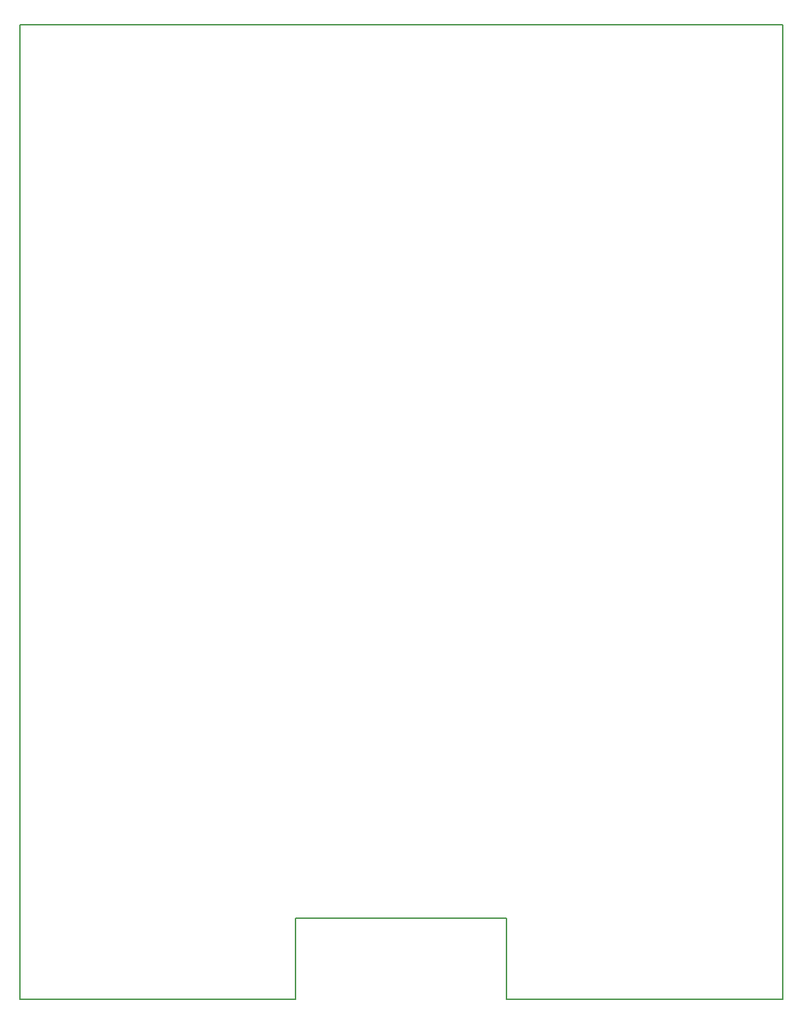
<source format=gbr>
G04 #@! TF.GenerationSoftware,KiCad,Pcbnew,5.1.9*
G04 #@! TF.CreationDate,2021-07-18T14:13:42+08:00*
G04 #@! TF.ProjectId,digital-amplifier2,64696769-7461-46c2-9d61-6d706c696669,rev?*
G04 #@! TF.SameCoordinates,Original*
G04 #@! TF.FileFunction,Profile,NP*
%FSLAX46Y46*%
G04 Gerber Fmt 4.6, Leading zero omitted, Abs format (unit mm)*
G04 Created by KiCad (PCBNEW 5.1.9) date 2021-07-18 14:13:42*
%MOMM*%
%LPD*%
G01*
G04 APERTURE LIST*
G04 #@! TA.AperFunction,Profile*
%ADD10C,0.150000*%
G04 #@! TD*
G04 APERTURE END LIST*
D10*
X160000000Y-220000000D02*
X194000000Y-220000000D01*
X160000000Y-210000000D02*
X160000000Y-220000000D01*
X134000000Y-210000000D02*
X160000000Y-210000000D01*
X134000000Y-220000000D02*
X134000000Y-210000000D01*
X194000000Y-100000000D02*
X100000000Y-100000000D01*
X194000000Y-220000000D02*
X194000000Y-100000000D01*
X100000000Y-220000000D02*
X134000000Y-220000000D01*
X100000000Y-100000000D02*
X100000000Y-220000000D01*
M02*

</source>
